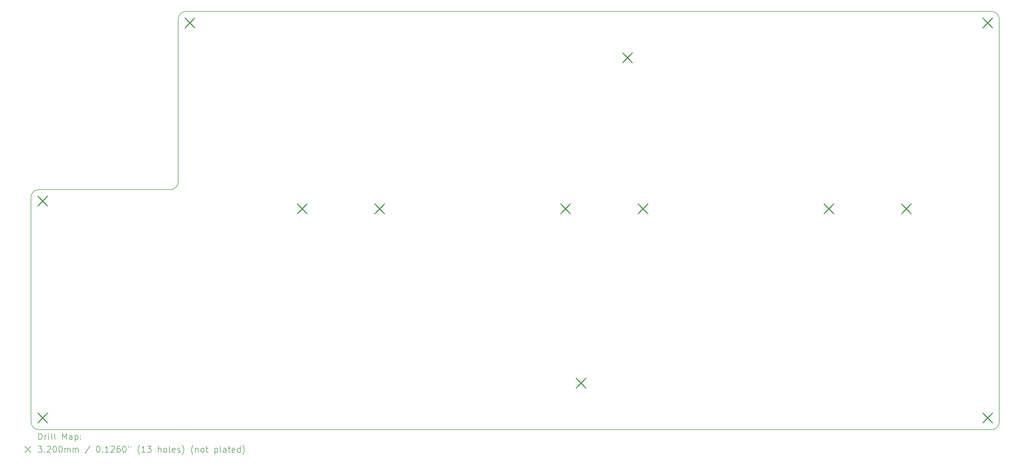
<source format=gbr>
%TF.GenerationSoftware,KiCad,Pcbnew,8.0.7*%
%TF.CreationDate,2025-01-27T21:14:39+01:00*%
%TF.ProjectId,Main,4d61696e-2e6b-4696-9361-645f70636258,rev?*%
%TF.SameCoordinates,Original*%
%TF.FileFunction,Drillmap*%
%TF.FilePolarity,Positive*%
%FSLAX45Y45*%
G04 Gerber Fmt 4.5, Leading zero omitted, Abs format (unit mm)*
G04 Created by KiCad (PCBNEW 8.0.7) date 2025-01-27 21:14:39*
%MOMM*%
%LPD*%
G01*
G04 APERTURE LIST*
%ADD10C,0.200000*%
%ADD11C,0.320000*%
G04 APERTURE END LIST*
D10*
X36830000Y-17780000D02*
G75*
G02*
X36576000Y-18034000I-254000J0D01*
G01*
X10160000Y-4318000D02*
X36576000Y-4318000D01*
X5080000Y-10414000D02*
X5080000Y-17780000D01*
X36830000Y-4572000D02*
X36830000Y-17780000D01*
X5334000Y-18034000D02*
G75*
G02*
X5080000Y-17780000I0J254000D01*
G01*
X9906000Y-9906000D02*
G75*
G02*
X9652000Y-10160000I-254000J0D01*
G01*
X5334000Y-18034000D02*
X36576000Y-18034000D01*
X5334000Y-10160000D02*
X9652000Y-10160000D01*
X5080000Y-10414000D02*
G75*
G02*
X5334000Y-10160000I254000J0D01*
G01*
X36576000Y-4318000D02*
G75*
G02*
X36830000Y-4572000I0J-254000D01*
G01*
X9906000Y-4572000D02*
G75*
G02*
X10160000Y-4318000I254000J0D01*
G01*
X9906000Y-9906000D02*
X9906000Y-4572000D01*
D11*
X5301000Y-10381000D02*
X5621000Y-10701000D01*
X5621000Y-10381000D02*
X5301000Y-10701000D01*
X5301000Y-17493000D02*
X5621000Y-17813000D01*
X5621000Y-17493000D02*
X5301000Y-17813000D01*
X10127000Y-4539000D02*
X10447000Y-4859000D01*
X10447000Y-4539000D02*
X10127000Y-4859000D01*
X13810000Y-10635000D02*
X14130000Y-10955000D01*
X14130000Y-10635000D02*
X13810000Y-10955000D01*
X16350000Y-10635000D02*
X16670000Y-10955000D01*
X16670000Y-10635000D02*
X16350000Y-10955000D01*
X22446000Y-10635000D02*
X22766000Y-10955000D01*
X22766000Y-10635000D02*
X22446000Y-10955000D01*
X22954000Y-16350000D02*
X23274000Y-16670000D01*
X23274000Y-16350000D02*
X22954000Y-16670000D01*
X24478000Y-5682000D02*
X24798000Y-6002000D01*
X24798000Y-5682000D02*
X24478000Y-6002000D01*
X24986000Y-10635000D02*
X25306000Y-10955000D01*
X25306000Y-10635000D02*
X24986000Y-10955000D01*
X31082000Y-10635000D02*
X31402000Y-10955000D01*
X31402000Y-10635000D02*
X31082000Y-10955000D01*
X33622000Y-10635000D02*
X33942000Y-10955000D01*
X33942000Y-10635000D02*
X33622000Y-10955000D01*
X36289000Y-4539000D02*
X36609000Y-4859000D01*
X36609000Y-4539000D02*
X36289000Y-4859000D01*
X36289000Y-17493000D02*
X36609000Y-17813000D01*
X36609000Y-17493000D02*
X36289000Y-17813000D01*
D10*
X5330777Y-18355484D02*
X5330777Y-18155484D01*
X5330777Y-18155484D02*
X5378396Y-18155484D01*
X5378396Y-18155484D02*
X5406967Y-18165008D01*
X5406967Y-18165008D02*
X5426015Y-18184055D01*
X5426015Y-18184055D02*
X5435539Y-18203103D01*
X5435539Y-18203103D02*
X5445063Y-18241198D01*
X5445063Y-18241198D02*
X5445063Y-18269770D01*
X5445063Y-18269770D02*
X5435539Y-18307865D01*
X5435539Y-18307865D02*
X5426015Y-18326912D01*
X5426015Y-18326912D02*
X5406967Y-18345960D01*
X5406967Y-18345960D02*
X5378396Y-18355484D01*
X5378396Y-18355484D02*
X5330777Y-18355484D01*
X5530777Y-18355484D02*
X5530777Y-18222150D01*
X5530777Y-18260246D02*
X5540301Y-18241198D01*
X5540301Y-18241198D02*
X5549824Y-18231674D01*
X5549824Y-18231674D02*
X5568872Y-18222150D01*
X5568872Y-18222150D02*
X5587920Y-18222150D01*
X5654586Y-18355484D02*
X5654586Y-18222150D01*
X5654586Y-18155484D02*
X5645062Y-18165008D01*
X5645062Y-18165008D02*
X5654586Y-18174531D01*
X5654586Y-18174531D02*
X5664110Y-18165008D01*
X5664110Y-18165008D02*
X5654586Y-18155484D01*
X5654586Y-18155484D02*
X5654586Y-18174531D01*
X5778396Y-18355484D02*
X5759348Y-18345960D01*
X5759348Y-18345960D02*
X5749824Y-18326912D01*
X5749824Y-18326912D02*
X5749824Y-18155484D01*
X5883158Y-18355484D02*
X5864110Y-18345960D01*
X5864110Y-18345960D02*
X5854586Y-18326912D01*
X5854586Y-18326912D02*
X5854586Y-18155484D01*
X6111729Y-18355484D02*
X6111729Y-18155484D01*
X6111729Y-18155484D02*
X6178396Y-18298341D01*
X6178396Y-18298341D02*
X6245062Y-18155484D01*
X6245062Y-18155484D02*
X6245062Y-18355484D01*
X6426015Y-18355484D02*
X6426015Y-18250722D01*
X6426015Y-18250722D02*
X6416491Y-18231674D01*
X6416491Y-18231674D02*
X6397443Y-18222150D01*
X6397443Y-18222150D02*
X6359348Y-18222150D01*
X6359348Y-18222150D02*
X6340301Y-18231674D01*
X6426015Y-18345960D02*
X6406967Y-18355484D01*
X6406967Y-18355484D02*
X6359348Y-18355484D01*
X6359348Y-18355484D02*
X6340301Y-18345960D01*
X6340301Y-18345960D02*
X6330777Y-18326912D01*
X6330777Y-18326912D02*
X6330777Y-18307865D01*
X6330777Y-18307865D02*
X6340301Y-18288817D01*
X6340301Y-18288817D02*
X6359348Y-18279293D01*
X6359348Y-18279293D02*
X6406967Y-18279293D01*
X6406967Y-18279293D02*
X6426015Y-18269770D01*
X6521253Y-18222150D02*
X6521253Y-18422150D01*
X6521253Y-18231674D02*
X6540301Y-18222150D01*
X6540301Y-18222150D02*
X6578396Y-18222150D01*
X6578396Y-18222150D02*
X6597443Y-18231674D01*
X6597443Y-18231674D02*
X6606967Y-18241198D01*
X6606967Y-18241198D02*
X6616491Y-18260246D01*
X6616491Y-18260246D02*
X6616491Y-18317389D01*
X6616491Y-18317389D02*
X6606967Y-18336436D01*
X6606967Y-18336436D02*
X6597443Y-18345960D01*
X6597443Y-18345960D02*
X6578396Y-18355484D01*
X6578396Y-18355484D02*
X6540301Y-18355484D01*
X6540301Y-18355484D02*
X6521253Y-18345960D01*
X6702205Y-18336436D02*
X6711729Y-18345960D01*
X6711729Y-18345960D02*
X6702205Y-18355484D01*
X6702205Y-18355484D02*
X6692682Y-18345960D01*
X6692682Y-18345960D02*
X6702205Y-18336436D01*
X6702205Y-18336436D02*
X6702205Y-18355484D01*
X6702205Y-18231674D02*
X6711729Y-18241198D01*
X6711729Y-18241198D02*
X6702205Y-18250722D01*
X6702205Y-18250722D02*
X6692682Y-18241198D01*
X6692682Y-18241198D02*
X6702205Y-18231674D01*
X6702205Y-18231674D02*
X6702205Y-18250722D01*
X4870000Y-18584000D02*
X5070000Y-18784000D01*
X5070000Y-18584000D02*
X4870000Y-18784000D01*
X5311729Y-18575484D02*
X5435539Y-18575484D01*
X5435539Y-18575484D02*
X5368872Y-18651674D01*
X5368872Y-18651674D02*
X5397444Y-18651674D01*
X5397444Y-18651674D02*
X5416491Y-18661198D01*
X5416491Y-18661198D02*
X5426015Y-18670722D01*
X5426015Y-18670722D02*
X5435539Y-18689770D01*
X5435539Y-18689770D02*
X5435539Y-18737389D01*
X5435539Y-18737389D02*
X5426015Y-18756436D01*
X5426015Y-18756436D02*
X5416491Y-18765960D01*
X5416491Y-18765960D02*
X5397444Y-18775484D01*
X5397444Y-18775484D02*
X5340301Y-18775484D01*
X5340301Y-18775484D02*
X5321253Y-18765960D01*
X5321253Y-18765960D02*
X5311729Y-18756436D01*
X5521253Y-18756436D02*
X5530777Y-18765960D01*
X5530777Y-18765960D02*
X5521253Y-18775484D01*
X5521253Y-18775484D02*
X5511729Y-18765960D01*
X5511729Y-18765960D02*
X5521253Y-18756436D01*
X5521253Y-18756436D02*
X5521253Y-18775484D01*
X5606967Y-18594531D02*
X5616491Y-18585008D01*
X5616491Y-18585008D02*
X5635539Y-18575484D01*
X5635539Y-18575484D02*
X5683158Y-18575484D01*
X5683158Y-18575484D02*
X5702205Y-18585008D01*
X5702205Y-18585008D02*
X5711729Y-18594531D01*
X5711729Y-18594531D02*
X5721253Y-18613579D01*
X5721253Y-18613579D02*
X5721253Y-18632627D01*
X5721253Y-18632627D02*
X5711729Y-18661198D01*
X5711729Y-18661198D02*
X5597443Y-18775484D01*
X5597443Y-18775484D02*
X5721253Y-18775484D01*
X5845062Y-18575484D02*
X5864110Y-18575484D01*
X5864110Y-18575484D02*
X5883158Y-18585008D01*
X5883158Y-18585008D02*
X5892682Y-18594531D01*
X5892682Y-18594531D02*
X5902205Y-18613579D01*
X5902205Y-18613579D02*
X5911729Y-18651674D01*
X5911729Y-18651674D02*
X5911729Y-18699293D01*
X5911729Y-18699293D02*
X5902205Y-18737389D01*
X5902205Y-18737389D02*
X5892682Y-18756436D01*
X5892682Y-18756436D02*
X5883158Y-18765960D01*
X5883158Y-18765960D02*
X5864110Y-18775484D01*
X5864110Y-18775484D02*
X5845062Y-18775484D01*
X5845062Y-18775484D02*
X5826015Y-18765960D01*
X5826015Y-18765960D02*
X5816491Y-18756436D01*
X5816491Y-18756436D02*
X5806967Y-18737389D01*
X5806967Y-18737389D02*
X5797443Y-18699293D01*
X5797443Y-18699293D02*
X5797443Y-18651674D01*
X5797443Y-18651674D02*
X5806967Y-18613579D01*
X5806967Y-18613579D02*
X5816491Y-18594531D01*
X5816491Y-18594531D02*
X5826015Y-18585008D01*
X5826015Y-18585008D02*
X5845062Y-18575484D01*
X6035539Y-18575484D02*
X6054586Y-18575484D01*
X6054586Y-18575484D02*
X6073634Y-18585008D01*
X6073634Y-18585008D02*
X6083158Y-18594531D01*
X6083158Y-18594531D02*
X6092682Y-18613579D01*
X6092682Y-18613579D02*
X6102205Y-18651674D01*
X6102205Y-18651674D02*
X6102205Y-18699293D01*
X6102205Y-18699293D02*
X6092682Y-18737389D01*
X6092682Y-18737389D02*
X6083158Y-18756436D01*
X6083158Y-18756436D02*
X6073634Y-18765960D01*
X6073634Y-18765960D02*
X6054586Y-18775484D01*
X6054586Y-18775484D02*
X6035539Y-18775484D01*
X6035539Y-18775484D02*
X6016491Y-18765960D01*
X6016491Y-18765960D02*
X6006967Y-18756436D01*
X6006967Y-18756436D02*
X5997443Y-18737389D01*
X5997443Y-18737389D02*
X5987920Y-18699293D01*
X5987920Y-18699293D02*
X5987920Y-18651674D01*
X5987920Y-18651674D02*
X5997443Y-18613579D01*
X5997443Y-18613579D02*
X6006967Y-18594531D01*
X6006967Y-18594531D02*
X6016491Y-18585008D01*
X6016491Y-18585008D02*
X6035539Y-18575484D01*
X6187920Y-18775484D02*
X6187920Y-18642150D01*
X6187920Y-18661198D02*
X6197443Y-18651674D01*
X6197443Y-18651674D02*
X6216491Y-18642150D01*
X6216491Y-18642150D02*
X6245063Y-18642150D01*
X6245063Y-18642150D02*
X6264110Y-18651674D01*
X6264110Y-18651674D02*
X6273634Y-18670722D01*
X6273634Y-18670722D02*
X6273634Y-18775484D01*
X6273634Y-18670722D02*
X6283158Y-18651674D01*
X6283158Y-18651674D02*
X6302205Y-18642150D01*
X6302205Y-18642150D02*
X6330777Y-18642150D01*
X6330777Y-18642150D02*
X6349824Y-18651674D01*
X6349824Y-18651674D02*
X6359348Y-18670722D01*
X6359348Y-18670722D02*
X6359348Y-18775484D01*
X6454586Y-18775484D02*
X6454586Y-18642150D01*
X6454586Y-18661198D02*
X6464110Y-18651674D01*
X6464110Y-18651674D02*
X6483158Y-18642150D01*
X6483158Y-18642150D02*
X6511729Y-18642150D01*
X6511729Y-18642150D02*
X6530777Y-18651674D01*
X6530777Y-18651674D02*
X6540301Y-18670722D01*
X6540301Y-18670722D02*
X6540301Y-18775484D01*
X6540301Y-18670722D02*
X6549824Y-18651674D01*
X6549824Y-18651674D02*
X6568872Y-18642150D01*
X6568872Y-18642150D02*
X6597443Y-18642150D01*
X6597443Y-18642150D02*
X6616491Y-18651674D01*
X6616491Y-18651674D02*
X6626015Y-18670722D01*
X6626015Y-18670722D02*
X6626015Y-18775484D01*
X7016491Y-18565960D02*
X6845063Y-18823103D01*
X7273634Y-18575484D02*
X7292682Y-18575484D01*
X7292682Y-18575484D02*
X7311729Y-18585008D01*
X7311729Y-18585008D02*
X7321253Y-18594531D01*
X7321253Y-18594531D02*
X7330777Y-18613579D01*
X7330777Y-18613579D02*
X7340301Y-18651674D01*
X7340301Y-18651674D02*
X7340301Y-18699293D01*
X7340301Y-18699293D02*
X7330777Y-18737389D01*
X7330777Y-18737389D02*
X7321253Y-18756436D01*
X7321253Y-18756436D02*
X7311729Y-18765960D01*
X7311729Y-18765960D02*
X7292682Y-18775484D01*
X7292682Y-18775484D02*
X7273634Y-18775484D01*
X7273634Y-18775484D02*
X7254586Y-18765960D01*
X7254586Y-18765960D02*
X7245063Y-18756436D01*
X7245063Y-18756436D02*
X7235539Y-18737389D01*
X7235539Y-18737389D02*
X7226015Y-18699293D01*
X7226015Y-18699293D02*
X7226015Y-18651674D01*
X7226015Y-18651674D02*
X7235539Y-18613579D01*
X7235539Y-18613579D02*
X7245063Y-18594531D01*
X7245063Y-18594531D02*
X7254586Y-18585008D01*
X7254586Y-18585008D02*
X7273634Y-18575484D01*
X7426015Y-18756436D02*
X7435539Y-18765960D01*
X7435539Y-18765960D02*
X7426015Y-18775484D01*
X7426015Y-18775484D02*
X7416491Y-18765960D01*
X7416491Y-18765960D02*
X7426015Y-18756436D01*
X7426015Y-18756436D02*
X7426015Y-18775484D01*
X7626015Y-18775484D02*
X7511729Y-18775484D01*
X7568872Y-18775484D02*
X7568872Y-18575484D01*
X7568872Y-18575484D02*
X7549825Y-18604055D01*
X7549825Y-18604055D02*
X7530777Y-18623103D01*
X7530777Y-18623103D02*
X7511729Y-18632627D01*
X7702206Y-18594531D02*
X7711729Y-18585008D01*
X7711729Y-18585008D02*
X7730777Y-18575484D01*
X7730777Y-18575484D02*
X7778396Y-18575484D01*
X7778396Y-18575484D02*
X7797444Y-18585008D01*
X7797444Y-18585008D02*
X7806967Y-18594531D01*
X7806967Y-18594531D02*
X7816491Y-18613579D01*
X7816491Y-18613579D02*
X7816491Y-18632627D01*
X7816491Y-18632627D02*
X7806967Y-18661198D01*
X7806967Y-18661198D02*
X7692682Y-18775484D01*
X7692682Y-18775484D02*
X7816491Y-18775484D01*
X7987920Y-18575484D02*
X7949825Y-18575484D01*
X7949825Y-18575484D02*
X7930777Y-18585008D01*
X7930777Y-18585008D02*
X7921253Y-18594531D01*
X7921253Y-18594531D02*
X7902206Y-18623103D01*
X7902206Y-18623103D02*
X7892682Y-18661198D01*
X7892682Y-18661198D02*
X7892682Y-18737389D01*
X7892682Y-18737389D02*
X7902206Y-18756436D01*
X7902206Y-18756436D02*
X7911729Y-18765960D01*
X7911729Y-18765960D02*
X7930777Y-18775484D01*
X7930777Y-18775484D02*
X7968872Y-18775484D01*
X7968872Y-18775484D02*
X7987920Y-18765960D01*
X7987920Y-18765960D02*
X7997444Y-18756436D01*
X7997444Y-18756436D02*
X8006967Y-18737389D01*
X8006967Y-18737389D02*
X8006967Y-18689770D01*
X8006967Y-18689770D02*
X7997444Y-18670722D01*
X7997444Y-18670722D02*
X7987920Y-18661198D01*
X7987920Y-18661198D02*
X7968872Y-18651674D01*
X7968872Y-18651674D02*
X7930777Y-18651674D01*
X7930777Y-18651674D02*
X7911729Y-18661198D01*
X7911729Y-18661198D02*
X7902206Y-18670722D01*
X7902206Y-18670722D02*
X7892682Y-18689770D01*
X8130777Y-18575484D02*
X8149825Y-18575484D01*
X8149825Y-18575484D02*
X8168872Y-18585008D01*
X8168872Y-18585008D02*
X8178396Y-18594531D01*
X8178396Y-18594531D02*
X8187920Y-18613579D01*
X8187920Y-18613579D02*
X8197444Y-18651674D01*
X8197444Y-18651674D02*
X8197444Y-18699293D01*
X8197444Y-18699293D02*
X8187920Y-18737389D01*
X8187920Y-18737389D02*
X8178396Y-18756436D01*
X8178396Y-18756436D02*
X8168872Y-18765960D01*
X8168872Y-18765960D02*
X8149825Y-18775484D01*
X8149825Y-18775484D02*
X8130777Y-18775484D01*
X8130777Y-18775484D02*
X8111729Y-18765960D01*
X8111729Y-18765960D02*
X8102206Y-18756436D01*
X8102206Y-18756436D02*
X8092682Y-18737389D01*
X8092682Y-18737389D02*
X8083158Y-18699293D01*
X8083158Y-18699293D02*
X8083158Y-18651674D01*
X8083158Y-18651674D02*
X8092682Y-18613579D01*
X8092682Y-18613579D02*
X8102206Y-18594531D01*
X8102206Y-18594531D02*
X8111729Y-18585008D01*
X8111729Y-18585008D02*
X8130777Y-18575484D01*
X8273634Y-18575484D02*
X8273634Y-18613579D01*
X8349825Y-18575484D02*
X8349825Y-18613579D01*
X8645063Y-18851674D02*
X8635539Y-18842150D01*
X8635539Y-18842150D02*
X8616491Y-18813579D01*
X8616491Y-18813579D02*
X8606968Y-18794531D01*
X8606968Y-18794531D02*
X8597444Y-18765960D01*
X8597444Y-18765960D02*
X8587920Y-18718341D01*
X8587920Y-18718341D02*
X8587920Y-18680246D01*
X8587920Y-18680246D02*
X8597444Y-18632627D01*
X8597444Y-18632627D02*
X8606968Y-18604055D01*
X8606968Y-18604055D02*
X8616491Y-18585008D01*
X8616491Y-18585008D02*
X8635539Y-18556436D01*
X8635539Y-18556436D02*
X8645063Y-18546912D01*
X8826015Y-18775484D02*
X8711730Y-18775484D01*
X8768872Y-18775484D02*
X8768872Y-18575484D01*
X8768872Y-18575484D02*
X8749825Y-18604055D01*
X8749825Y-18604055D02*
X8730777Y-18623103D01*
X8730777Y-18623103D02*
X8711730Y-18632627D01*
X8892682Y-18575484D02*
X9016491Y-18575484D01*
X9016491Y-18575484D02*
X8949825Y-18651674D01*
X8949825Y-18651674D02*
X8978396Y-18651674D01*
X8978396Y-18651674D02*
X8997444Y-18661198D01*
X8997444Y-18661198D02*
X9006968Y-18670722D01*
X9006968Y-18670722D02*
X9016491Y-18689770D01*
X9016491Y-18689770D02*
X9016491Y-18737389D01*
X9016491Y-18737389D02*
X9006968Y-18756436D01*
X9006968Y-18756436D02*
X8997444Y-18765960D01*
X8997444Y-18765960D02*
X8978396Y-18775484D01*
X8978396Y-18775484D02*
X8921253Y-18775484D01*
X8921253Y-18775484D02*
X8902206Y-18765960D01*
X8902206Y-18765960D02*
X8892682Y-18756436D01*
X9254587Y-18775484D02*
X9254587Y-18575484D01*
X9340301Y-18775484D02*
X9340301Y-18670722D01*
X9340301Y-18670722D02*
X9330777Y-18651674D01*
X9330777Y-18651674D02*
X9311730Y-18642150D01*
X9311730Y-18642150D02*
X9283158Y-18642150D01*
X9283158Y-18642150D02*
X9264111Y-18651674D01*
X9264111Y-18651674D02*
X9254587Y-18661198D01*
X9464111Y-18775484D02*
X9445063Y-18765960D01*
X9445063Y-18765960D02*
X9435539Y-18756436D01*
X9435539Y-18756436D02*
X9426015Y-18737389D01*
X9426015Y-18737389D02*
X9426015Y-18680246D01*
X9426015Y-18680246D02*
X9435539Y-18661198D01*
X9435539Y-18661198D02*
X9445063Y-18651674D01*
X9445063Y-18651674D02*
X9464111Y-18642150D01*
X9464111Y-18642150D02*
X9492682Y-18642150D01*
X9492682Y-18642150D02*
X9511730Y-18651674D01*
X9511730Y-18651674D02*
X9521253Y-18661198D01*
X9521253Y-18661198D02*
X9530777Y-18680246D01*
X9530777Y-18680246D02*
X9530777Y-18737389D01*
X9530777Y-18737389D02*
X9521253Y-18756436D01*
X9521253Y-18756436D02*
X9511730Y-18765960D01*
X9511730Y-18765960D02*
X9492682Y-18775484D01*
X9492682Y-18775484D02*
X9464111Y-18775484D01*
X9645063Y-18775484D02*
X9626015Y-18765960D01*
X9626015Y-18765960D02*
X9616492Y-18746912D01*
X9616492Y-18746912D02*
X9616492Y-18575484D01*
X9797444Y-18765960D02*
X9778396Y-18775484D01*
X9778396Y-18775484D02*
X9740301Y-18775484D01*
X9740301Y-18775484D02*
X9721253Y-18765960D01*
X9721253Y-18765960D02*
X9711730Y-18746912D01*
X9711730Y-18746912D02*
X9711730Y-18670722D01*
X9711730Y-18670722D02*
X9721253Y-18651674D01*
X9721253Y-18651674D02*
X9740301Y-18642150D01*
X9740301Y-18642150D02*
X9778396Y-18642150D01*
X9778396Y-18642150D02*
X9797444Y-18651674D01*
X9797444Y-18651674D02*
X9806968Y-18670722D01*
X9806968Y-18670722D02*
X9806968Y-18689770D01*
X9806968Y-18689770D02*
X9711730Y-18708817D01*
X9883158Y-18765960D02*
X9902206Y-18775484D01*
X9902206Y-18775484D02*
X9940301Y-18775484D01*
X9940301Y-18775484D02*
X9959349Y-18765960D01*
X9959349Y-18765960D02*
X9968873Y-18746912D01*
X9968873Y-18746912D02*
X9968873Y-18737389D01*
X9968873Y-18737389D02*
X9959349Y-18718341D01*
X9959349Y-18718341D02*
X9940301Y-18708817D01*
X9940301Y-18708817D02*
X9911730Y-18708817D01*
X9911730Y-18708817D02*
X9892682Y-18699293D01*
X9892682Y-18699293D02*
X9883158Y-18680246D01*
X9883158Y-18680246D02*
X9883158Y-18670722D01*
X9883158Y-18670722D02*
X9892682Y-18651674D01*
X9892682Y-18651674D02*
X9911730Y-18642150D01*
X9911730Y-18642150D02*
X9940301Y-18642150D01*
X9940301Y-18642150D02*
X9959349Y-18651674D01*
X10035539Y-18851674D02*
X10045063Y-18842150D01*
X10045063Y-18842150D02*
X10064111Y-18813579D01*
X10064111Y-18813579D02*
X10073634Y-18794531D01*
X10073634Y-18794531D02*
X10083158Y-18765960D01*
X10083158Y-18765960D02*
X10092682Y-18718341D01*
X10092682Y-18718341D02*
X10092682Y-18680246D01*
X10092682Y-18680246D02*
X10083158Y-18632627D01*
X10083158Y-18632627D02*
X10073634Y-18604055D01*
X10073634Y-18604055D02*
X10064111Y-18585008D01*
X10064111Y-18585008D02*
X10045063Y-18556436D01*
X10045063Y-18556436D02*
X10035539Y-18546912D01*
X10397444Y-18851674D02*
X10387920Y-18842150D01*
X10387920Y-18842150D02*
X10368873Y-18813579D01*
X10368873Y-18813579D02*
X10359349Y-18794531D01*
X10359349Y-18794531D02*
X10349825Y-18765960D01*
X10349825Y-18765960D02*
X10340301Y-18718341D01*
X10340301Y-18718341D02*
X10340301Y-18680246D01*
X10340301Y-18680246D02*
X10349825Y-18632627D01*
X10349825Y-18632627D02*
X10359349Y-18604055D01*
X10359349Y-18604055D02*
X10368873Y-18585008D01*
X10368873Y-18585008D02*
X10387920Y-18556436D01*
X10387920Y-18556436D02*
X10397444Y-18546912D01*
X10473634Y-18642150D02*
X10473634Y-18775484D01*
X10473634Y-18661198D02*
X10483158Y-18651674D01*
X10483158Y-18651674D02*
X10502206Y-18642150D01*
X10502206Y-18642150D02*
X10530777Y-18642150D01*
X10530777Y-18642150D02*
X10549825Y-18651674D01*
X10549825Y-18651674D02*
X10559349Y-18670722D01*
X10559349Y-18670722D02*
X10559349Y-18775484D01*
X10683158Y-18775484D02*
X10664111Y-18765960D01*
X10664111Y-18765960D02*
X10654587Y-18756436D01*
X10654587Y-18756436D02*
X10645063Y-18737389D01*
X10645063Y-18737389D02*
X10645063Y-18680246D01*
X10645063Y-18680246D02*
X10654587Y-18661198D01*
X10654587Y-18661198D02*
X10664111Y-18651674D01*
X10664111Y-18651674D02*
X10683158Y-18642150D01*
X10683158Y-18642150D02*
X10711730Y-18642150D01*
X10711730Y-18642150D02*
X10730777Y-18651674D01*
X10730777Y-18651674D02*
X10740301Y-18661198D01*
X10740301Y-18661198D02*
X10749825Y-18680246D01*
X10749825Y-18680246D02*
X10749825Y-18737389D01*
X10749825Y-18737389D02*
X10740301Y-18756436D01*
X10740301Y-18756436D02*
X10730777Y-18765960D01*
X10730777Y-18765960D02*
X10711730Y-18775484D01*
X10711730Y-18775484D02*
X10683158Y-18775484D01*
X10806968Y-18642150D02*
X10883158Y-18642150D01*
X10835539Y-18575484D02*
X10835539Y-18746912D01*
X10835539Y-18746912D02*
X10845063Y-18765960D01*
X10845063Y-18765960D02*
X10864111Y-18775484D01*
X10864111Y-18775484D02*
X10883158Y-18775484D01*
X11102206Y-18642150D02*
X11102206Y-18842150D01*
X11102206Y-18651674D02*
X11121254Y-18642150D01*
X11121254Y-18642150D02*
X11159349Y-18642150D01*
X11159349Y-18642150D02*
X11178396Y-18651674D01*
X11178396Y-18651674D02*
X11187920Y-18661198D01*
X11187920Y-18661198D02*
X11197444Y-18680246D01*
X11197444Y-18680246D02*
X11197444Y-18737389D01*
X11197444Y-18737389D02*
X11187920Y-18756436D01*
X11187920Y-18756436D02*
X11178396Y-18765960D01*
X11178396Y-18765960D02*
X11159349Y-18775484D01*
X11159349Y-18775484D02*
X11121254Y-18775484D01*
X11121254Y-18775484D02*
X11102206Y-18765960D01*
X11311730Y-18775484D02*
X11292682Y-18765960D01*
X11292682Y-18765960D02*
X11283158Y-18746912D01*
X11283158Y-18746912D02*
X11283158Y-18575484D01*
X11473634Y-18775484D02*
X11473634Y-18670722D01*
X11473634Y-18670722D02*
X11464111Y-18651674D01*
X11464111Y-18651674D02*
X11445063Y-18642150D01*
X11445063Y-18642150D02*
X11406968Y-18642150D01*
X11406968Y-18642150D02*
X11387920Y-18651674D01*
X11473634Y-18765960D02*
X11454587Y-18775484D01*
X11454587Y-18775484D02*
X11406968Y-18775484D01*
X11406968Y-18775484D02*
X11387920Y-18765960D01*
X11387920Y-18765960D02*
X11378396Y-18746912D01*
X11378396Y-18746912D02*
X11378396Y-18727865D01*
X11378396Y-18727865D02*
X11387920Y-18708817D01*
X11387920Y-18708817D02*
X11406968Y-18699293D01*
X11406968Y-18699293D02*
X11454587Y-18699293D01*
X11454587Y-18699293D02*
X11473634Y-18689770D01*
X11540301Y-18642150D02*
X11616492Y-18642150D01*
X11568873Y-18575484D02*
X11568873Y-18746912D01*
X11568873Y-18746912D02*
X11578396Y-18765960D01*
X11578396Y-18765960D02*
X11597444Y-18775484D01*
X11597444Y-18775484D02*
X11616492Y-18775484D01*
X11759349Y-18765960D02*
X11740301Y-18775484D01*
X11740301Y-18775484D02*
X11702206Y-18775484D01*
X11702206Y-18775484D02*
X11683158Y-18765960D01*
X11683158Y-18765960D02*
X11673634Y-18746912D01*
X11673634Y-18746912D02*
X11673634Y-18670722D01*
X11673634Y-18670722D02*
X11683158Y-18651674D01*
X11683158Y-18651674D02*
X11702206Y-18642150D01*
X11702206Y-18642150D02*
X11740301Y-18642150D01*
X11740301Y-18642150D02*
X11759349Y-18651674D01*
X11759349Y-18651674D02*
X11768873Y-18670722D01*
X11768873Y-18670722D02*
X11768873Y-18689770D01*
X11768873Y-18689770D02*
X11673634Y-18708817D01*
X11940301Y-18775484D02*
X11940301Y-18575484D01*
X11940301Y-18765960D02*
X11921254Y-18775484D01*
X11921254Y-18775484D02*
X11883158Y-18775484D01*
X11883158Y-18775484D02*
X11864111Y-18765960D01*
X11864111Y-18765960D02*
X11854587Y-18756436D01*
X11854587Y-18756436D02*
X11845063Y-18737389D01*
X11845063Y-18737389D02*
X11845063Y-18680246D01*
X11845063Y-18680246D02*
X11854587Y-18661198D01*
X11854587Y-18661198D02*
X11864111Y-18651674D01*
X11864111Y-18651674D02*
X11883158Y-18642150D01*
X11883158Y-18642150D02*
X11921254Y-18642150D01*
X11921254Y-18642150D02*
X11940301Y-18651674D01*
X12016492Y-18851674D02*
X12026015Y-18842150D01*
X12026015Y-18842150D02*
X12045063Y-18813579D01*
X12045063Y-18813579D02*
X12054587Y-18794531D01*
X12054587Y-18794531D02*
X12064111Y-18765960D01*
X12064111Y-18765960D02*
X12073634Y-18718341D01*
X12073634Y-18718341D02*
X12073634Y-18680246D01*
X12073634Y-18680246D02*
X12064111Y-18632627D01*
X12064111Y-18632627D02*
X12054587Y-18604055D01*
X12054587Y-18604055D02*
X12045063Y-18585008D01*
X12045063Y-18585008D02*
X12026015Y-18556436D01*
X12026015Y-18556436D02*
X12016492Y-18546912D01*
M02*

</source>
